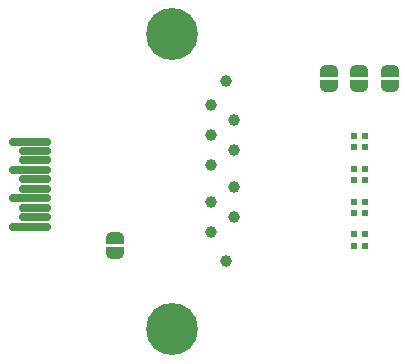
<source format=gts>
%TF.GenerationSoftware,KiCad,Pcbnew,8.0.1*%
%TF.CreationDate,2024-08-04T19:12:34+01:00*%
%TF.ProjectId,hexpansion,68657870-616e-4736-996f-6e2e6b696361,rev?*%
%TF.SameCoordinates,Original*%
%TF.FileFunction,Soldermask,Top*%
%TF.FilePolarity,Negative*%
%FSLAX46Y46*%
G04 Gerber Fmt 4.6, Leading zero omitted, Abs format (unit mm)*
G04 Created by KiCad (PCBNEW 8.0.1) date 2024-08-04 19:12:34*
%MOMM*%
%LPD*%
G01*
G04 APERTURE LIST*
G04 Aperture macros list*
%AMRoundRect*
0 Rectangle with rounded corners*
0 $1 Rounding radius*
0 $2 $3 $4 $5 $6 $7 $8 $9 X,Y pos of 4 corners*
0 Add a 4 corners polygon primitive as box body*
4,1,4,$2,$3,$4,$5,$6,$7,$8,$9,$2,$3,0*
0 Add four circle primitives for the rounded corners*
1,1,$1+$1,$2,$3*
1,1,$1+$1,$4,$5*
1,1,$1+$1,$6,$7*
1,1,$1+$1,$8,$9*
0 Add four rect primitives between the rounded corners*
20,1,$1+$1,$2,$3,$4,$5,0*
20,1,$1+$1,$4,$5,$6,$7,0*
20,1,$1+$1,$6,$7,$8,$9,0*
20,1,$1+$1,$8,$9,$2,$3,0*%
%AMFreePoly0*
4,1,19,0.500000,-0.750000,0.000000,-0.750000,0.000000,-0.744911,-0.071157,-0.744911,-0.207708,-0.704816,-0.327430,-0.627875,-0.420627,-0.520320,-0.479746,-0.390866,-0.500000,-0.250000,-0.500000,0.250000,-0.479746,0.390866,-0.420627,0.520320,-0.327430,0.627875,-0.207708,0.704816,-0.071157,0.744911,0.000000,0.744911,0.000000,0.750000,0.500000,0.750000,0.500000,-0.750000,0.500000,-0.750000,
$1*%
%AMFreePoly1*
4,1,19,0.000000,0.744911,0.071157,0.744911,0.207708,0.704816,0.327430,0.627875,0.420627,0.520320,0.479746,0.390866,0.500000,0.250000,0.500000,-0.250000,0.479746,-0.390866,0.420627,-0.520320,0.327430,-0.627875,0.207708,-0.704816,0.071157,-0.744911,0.000000,-0.744911,0.000000,-0.750000,-0.500000,-0.750000,-0.500000,0.750000,0.000000,0.750000,0.000000,0.744911,0.000000,0.744911,
$1*%
G04 Aperture macros list end*
%ADD10C,1.000000*%
%ADD11RoundRect,0.150000X1.600000X0.150000X-1.600000X0.150000X-1.600000X-0.150000X1.600000X-0.150000X0*%
%ADD12RoundRect,0.150000X1.200000X0.150000X-1.200000X0.150000X-1.200000X-0.150000X1.200000X-0.150000X0*%
%ADD13R,0.550000X0.550000*%
%ADD14FreePoly0,270.000000*%
%ADD15FreePoly1,270.000000*%
%ADD16C,0.700000*%
%ADD17C,4.400000*%
G04 APERTURE END LIST*
D10*
%TO.C,3V3*%
X117094000Y-91440000D03*
%TD*%
%TO.C,HS_I1*%
X115824000Y-104267000D03*
%TD*%
D11*
%TO.C,J1*%
X100500000Y-96600000D03*
D12*
X100900000Y-97400000D03*
X100900000Y-98200000D03*
D11*
X100500000Y-99000000D03*
D12*
X100900000Y-99800000D03*
X100900000Y-100600000D03*
D11*
X100500000Y-101400000D03*
D12*
X100900000Y-102200000D03*
X100900000Y-103000000D03*
D11*
X100500000Y-103800000D03*
%TD*%
D10*
%TO.C,HS_F1*%
X117729000Y-100457000D03*
%TD*%
D13*
%TO.C,D1*%
X127902000Y-97085000D03*
X128852000Y-97085000D03*
X128852000Y-96135000D03*
X127902000Y-96135000D03*
%TD*%
D10*
%TO.C,LS_B1*%
X117729000Y-94742000D03*
%TD*%
%TO.C,LS_D1*%
X117729000Y-97282000D03*
%TD*%
D14*
%TO.C,DIN1*%
X128332004Y-90619996D03*
D15*
X128332006Y-91920000D03*
%TD*%
D10*
%TO.C,GND2*%
X117094000Y-106680000D03*
%TD*%
%TO.C,HS_H1*%
X117729000Y-102997000D03*
%TD*%
D13*
%TO.C,D4*%
X127902000Y-105410000D03*
X128852000Y-105410000D03*
X128852000Y-104460000D03*
X127902000Y-104460000D03*
%TD*%
D16*
%TO.C,H2*%
X110850000Y-87500000D03*
X111333274Y-86333274D03*
X111333274Y-88666726D03*
X112500000Y-85850000D03*
D17*
X112500000Y-87500000D03*
D16*
X112500000Y-89150000D03*
X113666726Y-86333274D03*
X113666726Y-88666726D03*
X114150000Y-87500000D03*
%TD*%
D14*
%TO.C,PWR1*%
X130922000Y-90620000D03*
D15*
X130922002Y-91920004D03*
%TD*%
D10*
%TO.C,LS_A1*%
X115824000Y-93472000D03*
%TD*%
%TO.C,LS_C1*%
X115824000Y-96012000D03*
%TD*%
D14*
%TO.C,JP1*%
X107695999Y-104759998D03*
D15*
X107696001Y-106060002D03*
%TD*%
D13*
%TO.C,D3*%
X127902000Y-102635000D03*
X128852000Y-102635000D03*
X128852000Y-101685000D03*
X127902000Y-101685000D03*
%TD*%
D10*
%TO.C,HS_G1*%
X115824000Y-101727000D03*
%TD*%
%TO.C,LS_E1*%
X115824000Y-98552000D03*
%TD*%
D14*
%TO.C,GND1*%
X125822000Y-90620000D03*
D15*
X125822002Y-91920004D03*
%TD*%
D16*
%TO.C,H1*%
X110850000Y-112500000D03*
X111333274Y-111333274D03*
X111333274Y-113666726D03*
X112500000Y-110850000D03*
D17*
X112500000Y-112500000D03*
D16*
X112500000Y-114150000D03*
X113666726Y-111333274D03*
X113666726Y-113666726D03*
X114150000Y-112500000D03*
%TD*%
D13*
%TO.C,D2*%
X127902000Y-99860000D03*
X128852000Y-99860000D03*
X128852000Y-98910000D03*
X127902000Y-98910000D03*
%TD*%
M02*

</source>
